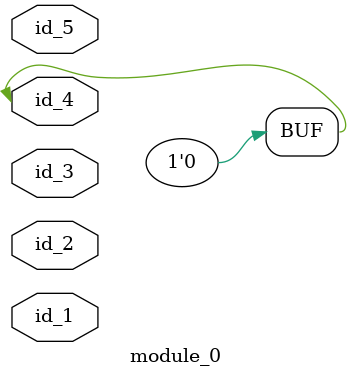
<source format=v>
`timescale 1ps / 1 ps
module module_0 (
    id_1,
    id_2,
    id_3,
    id_4,
    id_5
);
  input id_5;
  inout id_4;
  inout id_3;
  inout id_2;
  inout id_1;
  assign id_4 = 'b0;
endmodule

</source>
